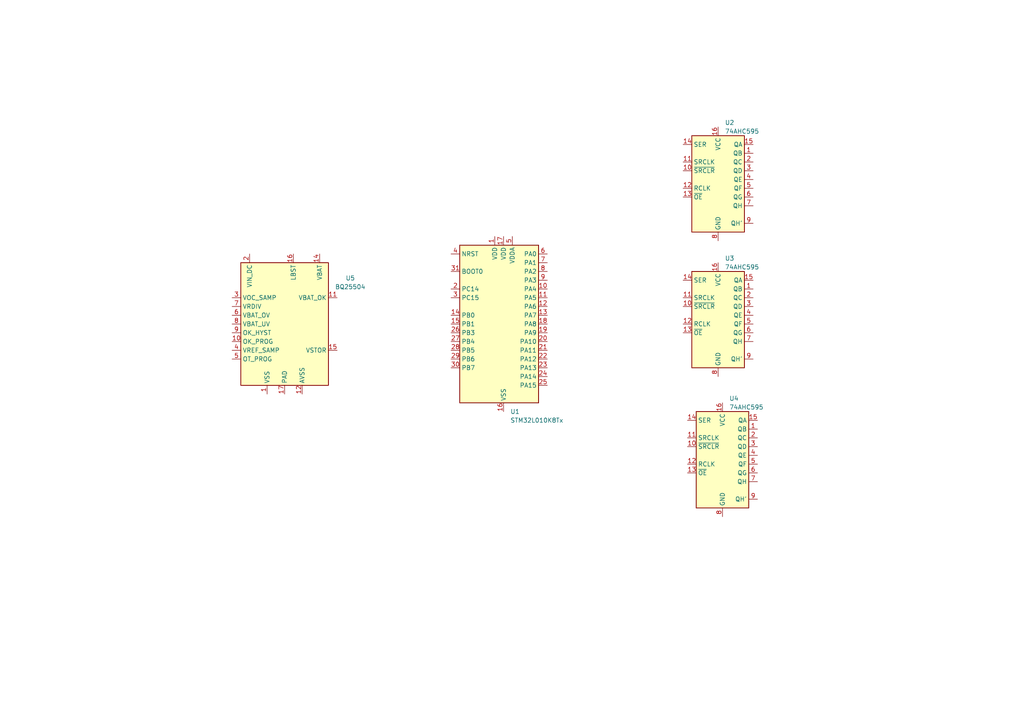
<source format=kicad_sch>
(kicad_sch (version 20230121) (generator eeschema)

  (uuid 16acc000-7506-41f2-bccc-9839e491fadf)

  (paper "A4")

  (lib_symbols
    (symbol "74xx:74AHC595" (in_bom yes) (on_board yes)
      (property "Reference" "U" (at -7.62 13.97 0)
        (effects (font (size 1.27 1.27)))
      )
      (property "Value" "74AHC595" (at -7.62 -16.51 0)
        (effects (font (size 1.27 1.27)))
      )
      (property "Footprint" "" (at 0 0 0)
        (effects (font (size 1.27 1.27)) hide)
      )
      (property "Datasheet" "https://assets.nexperia.com/documents/data-sheet/74AHC_AHCT595.pdf" (at 0 0 0)
        (effects (font (size 1.27 1.27)) hide)
      )
      (property "ki_keywords" "AHCMOS SR 3State" (at 0 0 0)
        (effects (font (size 1.27 1.27)) hide)
      )
      (property "ki_description" "8-bit serial in/out Shift Register 3-State Outputs" (at 0 0 0)
        (effects (font (size 1.27 1.27)) hide)
      )
      (property "ki_fp_filters" "DIP*W7.62mm* SOIC*3.9x9.9mm*P1.27mm* TSSOP*4.4x5mm*P0.65mm* SOIC*5.3x10.2mm*P1.27mm* SOIC*7.5x10.3mm*P1.27mm*" (at 0 0 0)
        (effects (font (size 1.27 1.27)) hide)
      )
      (symbol "74AHC595_1_0"
        (pin tri_state line (at 10.16 7.62 180) (length 2.54)
          (name "QB" (effects (font (size 1.27 1.27))))
          (number "1" (effects (font (size 1.27 1.27))))
        )
        (pin input line (at -10.16 2.54 0) (length 2.54)
          (name "~{SRCLR}" (effects (font (size 1.27 1.27))))
          (number "10" (effects (font (size 1.27 1.27))))
        )
        (pin input line (at -10.16 5.08 0) (length 2.54)
          (name "SRCLK" (effects (font (size 1.27 1.27))))
          (number "11" (effects (font (size 1.27 1.27))))
        )
        (pin input line (at -10.16 -2.54 0) (length 2.54)
          (name "RCLK" (effects (font (size 1.27 1.27))))
          (number "12" (effects (font (size 1.27 1.27))))
        )
        (pin input line (at -10.16 -5.08 0) (length 2.54)
          (name "~{OE}" (effects (font (size 1.27 1.27))))
          (number "13" (effects (font (size 1.27 1.27))))
        )
        (pin input line (at -10.16 10.16 0) (length 2.54)
          (name "SER" (effects (font (size 1.27 1.27))))
          (number "14" (effects (font (size 1.27 1.27))))
        )
        (pin tri_state line (at 10.16 10.16 180) (length 2.54)
          (name "QA" (effects (font (size 1.27 1.27))))
          (number "15" (effects (font (size 1.27 1.27))))
        )
        (pin power_in line (at 0 15.24 270) (length 2.54)
          (name "VCC" (effects (font (size 1.27 1.27))))
          (number "16" (effects (font (size 1.27 1.27))))
        )
        (pin tri_state line (at 10.16 5.08 180) (length 2.54)
          (name "QC" (effects (font (size 1.27 1.27))))
          (number "2" (effects (font (size 1.27 1.27))))
        )
        (pin tri_state line (at 10.16 2.54 180) (length 2.54)
          (name "QD" (effects (font (size 1.27 1.27))))
          (number "3" (effects (font (size 1.27 1.27))))
        )
        (pin tri_state line (at 10.16 0 180) (length 2.54)
          (name "QE" (effects (font (size 1.27 1.27))))
          (number "4" (effects (font (size 1.27 1.27))))
        )
        (pin tri_state line (at 10.16 -2.54 180) (length 2.54)
          (name "QF" (effects (font (size 1.27 1.27))))
          (number "5" (effects (font (size 1.27 1.27))))
        )
        (pin tri_state line (at 10.16 -5.08 180) (length 2.54)
          (name "QG" (effects (font (size 1.27 1.27))))
          (number "6" (effects (font (size 1.27 1.27))))
        )
        (pin tri_state line (at 10.16 -7.62 180) (length 2.54)
          (name "QH" (effects (font (size 1.27 1.27))))
          (number "7" (effects (font (size 1.27 1.27))))
        )
        (pin power_in line (at 0 -17.78 90) (length 2.54)
          (name "GND" (effects (font (size 1.27 1.27))))
          (number "8" (effects (font (size 1.27 1.27))))
        )
        (pin output line (at 10.16 -12.7 180) (length 2.54)
          (name "QH'" (effects (font (size 1.27 1.27))))
          (number "9" (effects (font (size 1.27 1.27))))
        )
      )
      (symbol "74AHC595_1_1"
        (rectangle (start -7.62 12.7) (end 7.62 -15.24)
          (stroke (width 0.254) (type default))
          (fill (type background))
        )
      )
    )
    (symbol "Battery_Management:BQ25504" (in_bom yes) (on_board yes)
      (property "Reference" "U" (at -7.62 20.32 0)
        (effects (font (size 1.27 1.27)) (justify right))
      )
      (property "Value" "BQ25504" (at -7.62 22.86 0)
        (effects (font (size 1.27 1.27)) (justify right))
      )
      (property "Footprint" "Package_DFN_QFN:VQFN-16-1EP_3x3mm_P0.5mm_EP1.68x1.68mm" (at 0 0 0)
        (effects (font (size 1.27 1.27)) hide)
      )
      (property "Datasheet" "http://www.ti.com/lit/ds/symlink/bq25504.pdf" (at -7.62 20.32 0)
        (effects (font (size 1.27 1.27)) hide)
      )
      (property "ki_keywords" "energy harvesting li-ion battery solar TEG" (at 0 0 0)
        (effects (font (size 1.27 1.27)) hide)
      )
      (property "ki_description" "Energy Harvesting Boost Converter with Battery Management, VQFN-16" (at 0 0 0)
        (effects (font (size 1.27 1.27)) hide)
      )
      (property "ki_fp_filters" "*QFN*3x3mm*P0.5mm*" (at 0 0 0)
        (effects (font (size 1.27 1.27)) hide)
      )
      (symbol "BQ25504_0_1"
        (rectangle (start -12.7 17.78) (end 12.7 -17.78)
          (stroke (width 0.254) (type default))
          (fill (type background))
        )
      )
      (symbol "BQ25504_1_1"
        (pin power_in line (at -5.08 -20.32 90) (length 2.54)
          (name "VSS" (effects (font (size 1.27 1.27))))
          (number "1" (effects (font (size 1.27 1.27))))
        )
        (pin input line (at -15.24 -5.08 0) (length 2.54)
          (name "OK_PROG" (effects (font (size 1.27 1.27))))
          (number "10" (effects (font (size 1.27 1.27))))
        )
        (pin output line (at 15.24 7.62 180) (length 2.54)
          (name "VBAT_OK" (effects (font (size 1.27 1.27))))
          (number "11" (effects (font (size 1.27 1.27))))
        )
        (pin power_in line (at 5.08 -20.32 90) (length 2.54)
          (name "AVSS" (effects (font (size 1.27 1.27))))
          (number "12" (effects (font (size 1.27 1.27))))
        )
        (pin passive line (at -5.08 -20.32 90) (length 2.54) hide
          (name "VSS" (effects (font (size 1.27 1.27))))
          (number "13" (effects (font (size 1.27 1.27))))
        )
        (pin power_out line (at 10.16 20.32 270) (length 2.54)
          (name "VBAT" (effects (font (size 1.27 1.27))))
          (number "14" (effects (font (size 1.27 1.27))))
        )
        (pin bidirectional line (at 15.24 -7.62 180) (length 2.54)
          (name "VSTOR" (effects (font (size 1.27 1.27))))
          (number "15" (effects (font (size 1.27 1.27))))
        )
        (pin bidirectional line (at 2.54 20.32 270) (length 2.54)
          (name "LBST" (effects (font (size 1.27 1.27))))
          (number "16" (effects (font (size 1.27 1.27))))
        )
        (pin passive line (at 0 -20.32 90) (length 2.54)
          (name "PAD" (effects (font (size 1.27 1.27))))
          (number "17" (effects (font (size 1.27 1.27))))
        )
        (pin power_in line (at -10.16 20.32 270) (length 2.54)
          (name "VIN_DC" (effects (font (size 1.27 1.27))))
          (number "2" (effects (font (size 1.27 1.27))))
        )
        (pin input line (at -15.24 7.62 0) (length 2.54)
          (name "VOC_SAMP" (effects (font (size 1.27 1.27))))
          (number "3" (effects (font (size 1.27 1.27))))
        )
        (pin bidirectional line (at -15.24 -7.62 0) (length 2.54)
          (name "VREF_SAMP" (effects (font (size 1.27 1.27))))
          (number "4" (effects (font (size 1.27 1.27))))
        )
        (pin input line (at -15.24 -10.16 0) (length 2.54)
          (name "OT_PROG" (effects (font (size 1.27 1.27))))
          (number "5" (effects (font (size 1.27 1.27))))
        )
        (pin input line (at -15.24 2.54 0) (length 2.54)
          (name "VBAT_OV" (effects (font (size 1.27 1.27))))
          (number "6" (effects (font (size 1.27 1.27))))
        )
        (pin output line (at -15.24 5.08 0) (length 2.54)
          (name "VRDIV" (effects (font (size 1.27 1.27))))
          (number "7" (effects (font (size 1.27 1.27))))
        )
        (pin input line (at -15.24 0 0) (length 2.54)
          (name "VBAT_UV" (effects (font (size 1.27 1.27))))
          (number "8" (effects (font (size 1.27 1.27))))
        )
        (pin input line (at -15.24 -2.54 0) (length 2.54)
          (name "OK_HYST" (effects (font (size 1.27 1.27))))
          (number "9" (effects (font (size 1.27 1.27))))
        )
      )
    )
    (symbol "MCU_ST_STM32L0:STM32L010K8Tx" (in_bom yes) (on_board yes)
      (property "Reference" "U" (at -10.16 24.13 0)
        (effects (font (size 1.27 1.27)) (justify left))
      )
      (property "Value" "STM32L010K8Tx" (at 7.62 24.13 0)
        (effects (font (size 1.27 1.27)) (justify left))
      )
      (property "Footprint" "Package_QFP:LQFP-32_7x7mm_P0.8mm" (at -10.16 -22.86 0)
        (effects (font (size 1.27 1.27)) (justify right) hide)
      )
      (property "Datasheet" "https://www.st.com/resource/en/datasheet/stm32l010k8.pdf" (at 0 0 0)
        (effects (font (size 1.27 1.27)) hide)
      )
      (property "ki_locked" "" (at 0 0 0)
        (effects (font (size 1.27 1.27)))
      )
      (property "ki_keywords" "Arm Cortex-M0+ STM32L0 STM32L0x0 Value Line" (at 0 0 0)
        (effects (font (size 1.27 1.27)) hide)
      )
      (property "ki_description" "STMicroelectronics Arm Cortex-M0+ MCU, 64KB flash, 8KB RAM, 32 MHz, 1.8-3.6V, 25 GPIO, LQFP32" (at 0 0 0)
        (effects (font (size 1.27 1.27)) hide)
      )
      (property "ki_fp_filters" "LQFP*7x7mm*P0.8mm*" (at 0 0 0)
        (effects (font (size 1.27 1.27)) hide)
      )
      (symbol "STM32L010K8Tx_0_1"
        (rectangle (start -10.16 -22.86) (end 12.7 22.86)
          (stroke (width 0.254) (type default))
          (fill (type background))
        )
      )
      (symbol "STM32L010K8Tx_1_1"
        (pin power_in line (at 0 25.4 270) (length 2.54)
          (name "VDD" (effects (font (size 1.27 1.27))))
          (number "1" (effects (font (size 1.27 1.27))))
        )
        (pin bidirectional line (at 15.24 10.16 180) (length 2.54)
          (name "PA4" (effects (font (size 1.27 1.27))))
          (number "10" (effects (font (size 1.27 1.27))))
          (alternate "ADC_IN4" bidirectional line)
          (alternate "SPI1_NSS" bidirectional line)
          (alternate "USART2_CK" bidirectional line)
        )
        (pin bidirectional line (at 15.24 7.62 180) (length 2.54)
          (name "PA5" (effects (font (size 1.27 1.27))))
          (number "11" (effects (font (size 1.27 1.27))))
          (alternate "ADC_IN5" bidirectional line)
          (alternate "SPI1_SCK" bidirectional line)
          (alternate "TIM2_CH1" bidirectional line)
          (alternate "TIM2_ETR" bidirectional line)
        )
        (pin bidirectional line (at 15.24 5.08 180) (length 2.54)
          (name "PA6" (effects (font (size 1.27 1.27))))
          (number "12" (effects (font (size 1.27 1.27))))
          (alternate "ADC_IN6" bidirectional line)
          (alternate "SPI1_MISO" bidirectional line)
        )
        (pin bidirectional line (at 15.24 2.54 180) (length 2.54)
          (name "PA7" (effects (font (size 1.27 1.27))))
          (number "13" (effects (font (size 1.27 1.27))))
          (alternate "ADC_IN7" bidirectional line)
          (alternate "SPI1_MOSI" bidirectional line)
        )
        (pin bidirectional line (at -12.7 2.54 0) (length 2.54)
          (name "PB0" (effects (font (size 1.27 1.27))))
          (number "14" (effects (font (size 1.27 1.27))))
          (alternate "ADC_IN8" bidirectional line)
          (alternate "SYS_VREF_OUT_PB0" bidirectional line)
        )
        (pin bidirectional line (at -12.7 0 0) (length 2.54)
          (name "PB1" (effects (font (size 1.27 1.27))))
          (number "15" (effects (font (size 1.27 1.27))))
          (alternate "ADC_IN9" bidirectional line)
          (alternate "SYS_VREF_OUT_PB1" bidirectional line)
        )
        (pin power_in line (at 2.54 -25.4 90) (length 2.54)
          (name "VSS" (effects (font (size 1.27 1.27))))
          (number "16" (effects (font (size 1.27 1.27))))
        )
        (pin power_in line (at 2.54 25.4 270) (length 2.54)
          (name "VDD" (effects (font (size 1.27 1.27))))
          (number "17" (effects (font (size 1.27 1.27))))
        )
        (pin bidirectional line (at 15.24 0 180) (length 2.54)
          (name "PA8" (effects (font (size 1.27 1.27))))
          (number "18" (effects (font (size 1.27 1.27))))
          (alternate "RCC_MCO" bidirectional line)
        )
        (pin bidirectional line (at 15.24 -2.54 180) (length 2.54)
          (name "PA9" (effects (font (size 1.27 1.27))))
          (number "19" (effects (font (size 1.27 1.27))))
          (alternate "RCC_MCO" bidirectional line)
        )
        (pin bidirectional line (at -12.7 10.16 0) (length 2.54)
          (name "PC14" (effects (font (size 1.27 1.27))))
          (number "2" (effects (font (size 1.27 1.27))))
          (alternate "RCC_OSC32_IN" bidirectional line)
        )
        (pin bidirectional line (at 15.24 -5.08 180) (length 2.54)
          (name "PA10" (effects (font (size 1.27 1.27))))
          (number "20" (effects (font (size 1.27 1.27))))
        )
        (pin bidirectional line (at 15.24 -7.62 180) (length 2.54)
          (name "PA11" (effects (font (size 1.27 1.27))))
          (number "21" (effects (font (size 1.27 1.27))))
          (alternate "ADC_EXTI11" bidirectional line)
          (alternate "SPI1_MISO" bidirectional line)
        )
        (pin bidirectional line (at 15.24 -10.16 180) (length 2.54)
          (name "PA12" (effects (font (size 1.27 1.27))))
          (number "22" (effects (font (size 1.27 1.27))))
          (alternate "SPI1_MOSI" bidirectional line)
        )
        (pin bidirectional line (at 15.24 -12.7 180) (length 2.54)
          (name "PA13" (effects (font (size 1.27 1.27))))
          (number "23" (effects (font (size 1.27 1.27))))
          (alternate "SYS_SWDIO" bidirectional line)
        )
        (pin bidirectional line (at 15.24 -15.24 180) (length 2.54)
          (name "PA14" (effects (font (size 1.27 1.27))))
          (number "24" (effects (font (size 1.27 1.27))))
          (alternate "SYS_SWCLK" bidirectional line)
          (alternate "USART2_TX" bidirectional line)
        )
        (pin bidirectional line (at 15.24 -17.78 180) (length 2.54)
          (name "PA15" (effects (font (size 1.27 1.27))))
          (number "25" (effects (font (size 1.27 1.27))))
          (alternate "SPI1_NSS" bidirectional line)
          (alternate "TIM2_CH1" bidirectional line)
          (alternate "TIM2_ETR" bidirectional line)
          (alternate "USART2_RX" bidirectional line)
        )
        (pin bidirectional line (at -12.7 -2.54 0) (length 2.54)
          (name "PB3" (effects (font (size 1.27 1.27))))
          (number "26" (effects (font (size 1.27 1.27))))
          (alternate "SPI1_SCK" bidirectional line)
          (alternate "TIM2_CH2" bidirectional line)
        )
        (pin bidirectional line (at -12.7 -5.08 0) (length 2.54)
          (name "PB4" (effects (font (size 1.27 1.27))))
          (number "27" (effects (font (size 1.27 1.27))))
          (alternate "SPI1_MISO" bidirectional line)
        )
        (pin bidirectional line (at -12.7 -7.62 0) (length 2.54)
          (name "PB5" (effects (font (size 1.27 1.27))))
          (number "28" (effects (font (size 1.27 1.27))))
          (alternate "I2C1_SMBA" bidirectional line)
          (alternate "LPTIM1_IN1" bidirectional line)
          (alternate "SPI1_MOSI" bidirectional line)
        )
        (pin bidirectional line (at -12.7 -10.16 0) (length 2.54)
          (name "PB6" (effects (font (size 1.27 1.27))))
          (number "29" (effects (font (size 1.27 1.27))))
          (alternate "I2C1_SCL" bidirectional line)
          (alternate "LPTIM1_ETR" bidirectional line)
        )
        (pin bidirectional line (at -12.7 7.62 0) (length 2.54)
          (name "PC15" (effects (font (size 1.27 1.27))))
          (number "3" (effects (font (size 1.27 1.27))))
          (alternate "RCC_OSC32_OUT" bidirectional line)
        )
        (pin bidirectional line (at -12.7 -12.7 0) (length 2.54)
          (name "PB7" (effects (font (size 1.27 1.27))))
          (number "30" (effects (font (size 1.27 1.27))))
          (alternate "I2C1_SDA" bidirectional line)
          (alternate "LPTIM1_IN2" bidirectional line)
          (alternate "SYS_PVD_IN" bidirectional line)
        )
        (pin input line (at -12.7 15.24 0) (length 2.54)
          (name "BOOT0" (effects (font (size 1.27 1.27))))
          (number "31" (effects (font (size 1.27 1.27))))
        )
        (pin passive line (at 2.54 -25.4 90) (length 2.54) hide
          (name "VSS" (effects (font (size 1.27 1.27))))
          (number "32" (effects (font (size 1.27 1.27))))
        )
        (pin input line (at -12.7 20.32 0) (length 2.54)
          (name "NRST" (effects (font (size 1.27 1.27))))
          (number "4" (effects (font (size 1.27 1.27))))
        )
        (pin power_in line (at 5.08 25.4 270) (length 2.54)
          (name "VDDA" (effects (font (size 1.27 1.27))))
          (number "5" (effects (font (size 1.27 1.27))))
        )
        (pin bidirectional line (at 15.24 20.32 180) (length 2.54)
          (name "PA0" (effects (font (size 1.27 1.27))))
          (number "6" (effects (font (size 1.27 1.27))))
          (alternate "ADC_IN0" bidirectional line)
          (alternate "RTC_TAMP2" bidirectional line)
          (alternate "SYS_WKUP1" bidirectional line)
          (alternate "TIM2_CH1" bidirectional line)
          (alternate "TIM2_ETR" bidirectional line)
          (alternate "USART2_CTS" bidirectional line)
        )
        (pin bidirectional line (at 15.24 17.78 180) (length 2.54)
          (name "PA1" (effects (font (size 1.27 1.27))))
          (number "7" (effects (font (size 1.27 1.27))))
          (alternate "ADC_IN1" bidirectional line)
          (alternate "TIM21_ETR" bidirectional line)
          (alternate "TIM2_CH2" bidirectional line)
          (alternate "USART2_DE" bidirectional line)
          (alternate "USART2_RTS" bidirectional line)
        )
        (pin bidirectional line (at 15.24 15.24 180) (length 2.54)
          (name "PA2" (effects (font (size 1.27 1.27))))
          (number "8" (effects (font (size 1.27 1.27))))
          (alternate "ADC_IN2" bidirectional line)
          (alternate "TIM21_CH1" bidirectional line)
          (alternate "TIM2_CH3" bidirectional line)
          (alternate "USART2_TX" bidirectional line)
        )
        (pin bidirectional line (at 15.24 12.7 180) (length 2.54)
          (name "PA3" (effects (font (size 1.27 1.27))))
          (number "9" (effects (font (size 1.27 1.27))))
          (alternate "ADC_IN3" bidirectional line)
          (alternate "TIM21_CH2" bidirectional line)
          (alternate "TIM2_CH4" bidirectional line)
          (alternate "USART2_RX" bidirectional line)
        )
      )
    )
  )


  (symbol (lib_id "MCU_ST_STM32L0:STM32L010K8Tx") (at 143.51 93.98 0) (unit 1)
    (in_bom yes) (on_board yes) (dnp no) (fields_autoplaced)
    (uuid 2d690724-01d3-43a0-b833-c42ac4bb391d)
    (property "Reference" "U1" (at 148.0059 119.38 0)
      (effects (font (size 1.27 1.27)) (justify left))
    )
    (property "Value" "STM32L010K8Tx" (at 148.0059 121.92 0)
      (effects (font (size 1.27 1.27)) (justify left))
    )
    (property "Footprint" "Package_QFP:LQFP-32_7x7mm_P0.8mm" (at 133.35 116.84 0)
      (effects (font (size 1.27 1.27)) (justify right) hide)
    )
    (property "Datasheet" "https://www.st.com/resource/en/datasheet/stm32l010k8.pdf" (at 143.51 93.98 0)
      (effects (font (size 1.27 1.27)) hide)
    )
    (pin "1" (uuid da3e5802-6766-4ca3-9222-f1d95fad69f9))
    (pin "10" (uuid a9b1fa70-5d98-4bb1-9972-08f2609fd276))
    (pin "11" (uuid 96e60269-ce2c-4a92-bee5-a933c016220b))
    (pin "12" (uuid cc8698e8-6c35-49dc-ac7e-5683588d774e))
    (pin "13" (uuid 3e2cc439-276e-4e7d-97a9-5094fbd0061c))
    (pin "14" (uuid 15b5b4e6-59b5-4f28-a29b-4859366b0c29))
    (pin "15" (uuid 7d4fec12-4f20-4843-a960-b7c4fe0aae3b))
    (pin "16" (uuid d4e8892f-e77e-4a99-9439-1ac9ca048026))
    (pin "17" (uuid 40c31cac-2094-48fd-945e-5fc41f5d6a42))
    (pin "18" (uuid 5b4af6b8-643e-435b-9e3a-b3695afb4c2d))
    (pin "19" (uuid 19522078-ed18-4143-bda5-f1af134d0afe))
    (pin "2" (uuid 3f5bba27-2dc4-44d0-b259-dfe48af4396c))
    (pin "20" (uuid 0178dbf9-2309-4754-84b9-b6429ec6f8c9))
    (pin "21" (uuid ccc53094-f423-4275-b073-82e7055c051f))
    (pin "22" (uuid d0a8a967-f257-4b31-a3cb-c4531dc28935))
    (pin "23" (uuid 79bc260e-f533-41f1-987b-96c614c43475))
    (pin "24" (uuid dfda2842-18b2-4c74-8ac8-d6a3108e8e33))
    (pin "25" (uuid 1a695af8-01af-49b3-9d07-569f91af4041))
    (pin "26" (uuid 43b3284b-fecc-4958-9d3b-5a77f462281b))
    (pin "27" (uuid faa07f70-afd9-4552-b84e-b336e91f7fe1))
    (pin "28" (uuid 02537164-9bd8-43a4-a247-0673e4e79413))
    (pin "29" (uuid 1c8c67d6-152c-41ef-99a4-669c438df273))
    (pin "3" (uuid 97a2621f-30ae-4817-b49a-7334449f7083))
    (pin "30" (uuid b70896e4-419b-4ad4-bd67-30932cdaba7d))
    (pin "31" (uuid a1d316d2-223f-4458-bd7a-70d16020e0e4))
    (pin "32" (uuid 51ef1d41-a73b-49b1-bc3d-437b3d3ad907))
    (pin "4" (uuid 0fa67b3d-6a4f-413c-86b9-0d72a33fcb87))
    (pin "5" (uuid 8147146f-c765-4475-8345-2ed6cf304db1))
    (pin "6" (uuid 299ffa60-c54d-4ae2-8eb8-03e15b17b2a9))
    (pin "7" (uuid e315cf1a-bfb1-4d97-9e9a-f6327bb440b6))
    (pin "8" (uuid 7f70c613-893c-40df-8c2d-0851ea565b58))
    (pin "9" (uuid b212923a-3d5f-4c60-81af-330d92aa52d8))
    (instances
      (project "solar-powered-digital-thermometer"
        (path "/16acc000-7506-41f2-bccc-9839e491fadf"
          (reference "U1") (unit 1)
        )
      )
    )
  )

  (symbol (lib_id "74xx:74AHC595") (at 208.28 52.07 0) (unit 1)
    (in_bom yes) (on_board yes) (dnp no) (fields_autoplaced)
    (uuid 8d64c2f4-522f-4289-9220-c74289678c43)
    (property "Reference" "U2" (at 210.2359 35.56 0)
      (effects (font (size 1.27 1.27)) (justify left))
    )
    (property "Value" "74AHC595" (at 210.2359 38.1 0)
      (effects (font (size 1.27 1.27)) (justify left))
    )
    (property "Footprint" "" (at 208.28 52.07 0)
      (effects (font (size 1.27 1.27)) hide)
    )
    (property "Datasheet" "https://assets.nexperia.com/documents/data-sheet/74AHC_AHCT595.pdf" (at 208.28 52.07 0)
      (effects (font (size 1.27 1.27)) hide)
    )
    (pin "1" (uuid 71474542-3b2c-4818-8c09-75fe6d003576))
    (pin "10" (uuid fa22ea34-0157-478d-a16e-4da2c95cf9ac))
    (pin "11" (uuid 8a718032-995d-46f7-be0c-aafab73268a9))
    (pin "12" (uuid 6bcc6c0e-7686-4271-b169-86a81e54f5fc))
    (pin "13" (uuid c6c3f5cb-a8df-4326-aca0-408c2aa25ec3))
    (pin "14" (uuid 2c3e7f54-2633-4272-a27e-4cbc7cbb7314))
    (pin "15" (uuid acb3ea63-ec9b-472e-a634-1fc959ab675f))
    (pin "16" (uuid f90395c9-54b2-44d4-938d-5716fd86ec81))
    (pin "2" (uuid 5615bec7-b606-4ad4-81fe-a8381e8e4d46))
    (pin "3" (uuid d31a31c7-9639-473b-915d-e0dd3f584b5f))
    (pin "4" (uuid c9e86415-a7d0-4c9e-93c6-821a79390bfb))
    (pin "5" (uuid f457c300-4062-4cf2-bb9d-2ee5a6649dfd))
    (pin "6" (uuid 950e07e6-3d59-43fb-a0b6-df13f21c81b8))
    (pin "7" (uuid 412affb7-2a12-4aa0-bf66-55568e3b277d))
    (pin "8" (uuid 8d7c9569-152c-4548-8344-c1868cf391ba))
    (pin "9" (uuid a9fa8941-947f-426e-addc-db3244897832))
    (instances
      (project "solar-powered-digital-thermometer"
        (path "/16acc000-7506-41f2-bccc-9839e491fadf"
          (reference "U2") (unit 1)
        )
      )
    )
  )

  (symbol (lib_id "74xx:74AHC595") (at 209.55 132.08 0) (unit 1)
    (in_bom yes) (on_board yes) (dnp no) (fields_autoplaced)
    (uuid baea1fa6-9e8c-4800-99b9-96db290ec5ab)
    (property "Reference" "U4" (at 211.5059 115.57 0)
      (effects (font (size 1.27 1.27)) (justify left))
    )
    (property "Value" "74AHC595" (at 211.5059 118.11 0)
      (effects (font (size 1.27 1.27)) (justify left))
    )
    (property "Footprint" "" (at 209.55 132.08 0)
      (effects (font (size 1.27 1.27)) hide)
    )
    (property "Datasheet" "https://assets.nexperia.com/documents/data-sheet/74AHC_AHCT595.pdf" (at 209.55 132.08 0)
      (effects (font (size 1.27 1.27)) hide)
    )
    (pin "1" (uuid a14c6230-f2a4-4c68-90d8-556b011f98a2))
    (pin "10" (uuid eace0e18-a56d-4cc4-9deb-51eed24d89c0))
    (pin "11" (uuid e1d6a352-dd4c-4c88-9a6c-8b162a06c0e0))
    (pin "12" (uuid 6c30c444-7821-4e5e-a421-4d482218fac4))
    (pin "13" (uuid b20444ed-f6fc-4169-a0d4-0b79c52cbb7c))
    (pin "14" (uuid 8bc4cc07-784b-4e87-8785-31e38b6ef83b))
    (pin "15" (uuid 7fd9d003-bcc3-40a7-a75f-e1f550252fc9))
    (pin "16" (uuid b7aedec0-0286-4bcd-b435-12992189d683))
    (pin "2" (uuid 585e03a8-28ea-4cda-8c5d-2eae960a9985))
    (pin "3" (uuid 19176f0b-7533-473d-bd89-1b67d5de28ae))
    (pin "4" (uuid a166cf9f-9e27-436c-8664-345f5ce3b0f0))
    (pin "5" (uuid 7619445e-9fa3-4f77-bbe1-1bef4f9677fb))
    (pin "6" (uuid d667a99f-59ea-44a5-b5e8-5abce6bb3aaa))
    (pin "7" (uuid 53b84c98-3b59-49ac-af4d-a8985b033b9c))
    (pin "8" (uuid beac226e-c5ab-47d1-8508-a1ff85c54f74))
    (pin "9" (uuid 438b922f-e808-470d-91ac-4fca4e60c6d4))
    (instances
      (project "solar-powered-digital-thermometer"
        (path "/16acc000-7506-41f2-bccc-9839e491fadf"
          (reference "U4") (unit 1)
        )
      )
    )
  )

  (symbol (lib_id "Battery_Management:BQ25504") (at 82.55 93.98 0) (unit 1)
    (in_bom yes) (on_board yes) (dnp no) (fields_autoplaced)
    (uuid ca987c2f-684d-4d1e-8bec-b33ed3d3c658)
    (property "Reference" "U5" (at 101.6 80.6703 0)
      (effects (font (size 1.27 1.27)))
    )
    (property "Value" "BQ25504" (at 101.6 83.2103 0)
      (effects (font (size 1.27 1.27)))
    )
    (property "Footprint" "Package_DFN_QFN:VQFN-16-1EP_3x3mm_P0.5mm_EP1.68x1.68mm" (at 82.55 93.98 0)
      (effects (font (size 1.27 1.27)) hide)
    )
    (property "Datasheet" "http://www.ti.com/lit/ds/symlink/bq25504.pdf" (at 74.93 73.66 0)
      (effects (font (size 1.27 1.27)) hide)
    )
    (pin "1" (uuid 3cbaa3ac-daf6-4460-8a3e-6027f60de1e2))
    (pin "10" (uuid a4cc39f2-025b-43b4-bbde-edbb92ad38bd))
    (pin "11" (uuid 5bb87ef8-22b4-4480-949a-df411d6a700d))
    (pin "12" (uuid 0d7ad924-1fce-4e9a-be32-58e83cac2f95))
    (pin "13" (uuid 4d522a5a-22e0-4706-a2ce-45bff19036cf))
    (pin "14" (uuid 3301b288-f4a0-404a-a871-4c755833a3c7))
    (pin "15" (uuid a2cf82b3-719f-43d0-bdd4-d2e5d4c8e4ac))
    (pin "16" (uuid c81cc186-856d-4b00-a4df-56814b28bedf))
    (pin "17" (uuid 1a3040ba-b167-485c-8926-16d4383c5e77))
    (pin "2" (uuid 407671bb-5c03-478f-bb8c-8818f5ae357a))
    (pin "3" (uuid 9b9533bb-8690-4138-8c59-2aa8517422d0))
    (pin "4" (uuid ca40cd40-ec73-4f24-8675-d8739a44a9f0))
    (pin "5" (uuid 8696feb2-7b0a-4872-94f4-4ae84e1045f6))
    (pin "6" (uuid 2fe2339c-f4c1-4e32-ab2a-06094db4da7c))
    (pin "7" (uuid 55b58a23-bbdc-4ff8-8a6e-55753a81e000))
    (pin "8" (uuid d92bd848-1879-4f96-b1e3-5e9b6e5e9794))
    (pin "9" (uuid 2d2254c1-36f9-4c8d-a341-2780b75c1024))
    (instances
      (project "solar-powered-digital-thermometer"
        (path "/16acc000-7506-41f2-bccc-9839e491fadf"
          (reference "U5") (unit 1)
        )
      )
    )
  )

  (symbol (lib_id "74xx:74AHC595") (at 208.28 91.44 0) (unit 1)
    (in_bom yes) (on_board yes) (dnp no) (fields_autoplaced)
    (uuid cfdef829-33ba-49a4-84a2-eee32c868668)
    (property "Reference" "U3" (at 210.2359 74.93 0)
      (effects (font (size 1.27 1.27)) (justify left))
    )
    (property "Value" "74AHC595" (at 210.2359 77.47 0)
      (effects (font (size 1.27 1.27)) (justify left))
    )
    (property "Footprint" "" (at 208.28 91.44 0)
      (effects (font (size 1.27 1.27)) hide)
    )
    (property "Datasheet" "https://assets.nexperia.com/documents/data-sheet/74AHC_AHCT595.pdf" (at 208.28 91.44 0)
      (effects (font (size 1.27 1.27)) hide)
    )
    (pin "1" (uuid b5292d85-08fd-40dc-83b6-162d1127068a))
    (pin "10" (uuid c5ced017-7fe0-4449-9307-43032404869d))
    (pin "11" (uuid 92f6ced4-0a5b-4804-9c99-7cff8226fa0f))
    (pin "12" (uuid 65da2392-8a95-4f18-bc41-6f929a4dcc7e))
    (pin "13" (uuid eb9ce324-71e9-4610-a104-1849ea4d8185))
    (pin "14" (uuid c761de9e-b2dc-4f1a-a321-94e0adb3d3b0))
    (pin "15" (uuid 103b2b63-b823-4e0f-aa64-fb35cd11c5d2))
    (pin "16" (uuid 164757bb-7eeb-4809-8997-7350d7f25438))
    (pin "2" (uuid 2c37b40b-34b7-404d-8ff2-5957a2590818))
    (pin "3" (uuid b410f7aa-9d29-43ee-b1f7-3ee9fa285a6f))
    (pin "4" (uuid 42c4683d-2853-4ef1-a653-50e79235c654))
    (pin "5" (uuid 4f2ee3f8-feb5-4f21-a935-89c05e44ae9e))
    (pin "6" (uuid 00742564-e802-4b53-a1d6-3b4f6fa1fe1f))
    (pin "7" (uuid a7d0db0c-3f50-4330-95a7-94212bcb250c))
    (pin "8" (uuid 5f6fa872-3ac5-44bf-989a-068ffdf04d4d))
    (pin "9" (uuid 9b11c781-635f-4fe6-9e3f-33312ce45081))
    (instances
      (project "solar-powered-digital-thermometer"
        (path "/16acc000-7506-41f2-bccc-9839e491fadf"
          (reference "U3") (unit 1)
        )
      )
    )
  )

  (sheet_instances
    (path "/" (page "1"))
  )
)

</source>
